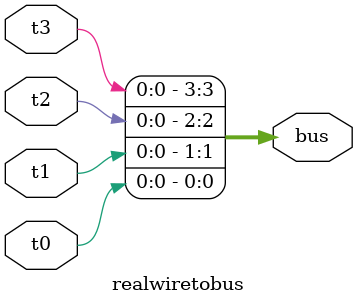
<source format=v>
module realwiretobus(t0,t1,t2,t3, bus);
	input t0, t1, t2, t3;
	output [3:0] bus;
	
	assign bus[0] = t0;
	assign bus[1] = t1;
	assign bus[2] = t2;
	assign bus[3] = t3;
endmodule 
</source>
